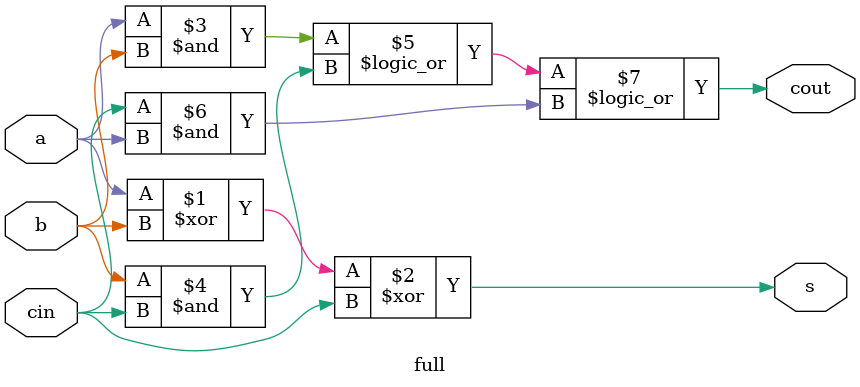
<source format=v>
`timescale 1ns / 1ps


module full(
    input a,
    input b,
    input cin,
    output s,
    output cout
    );
    assign s=a^b^cin;
    assign cout=a&b || b&cin|| cin&a;
endmodule

</source>
